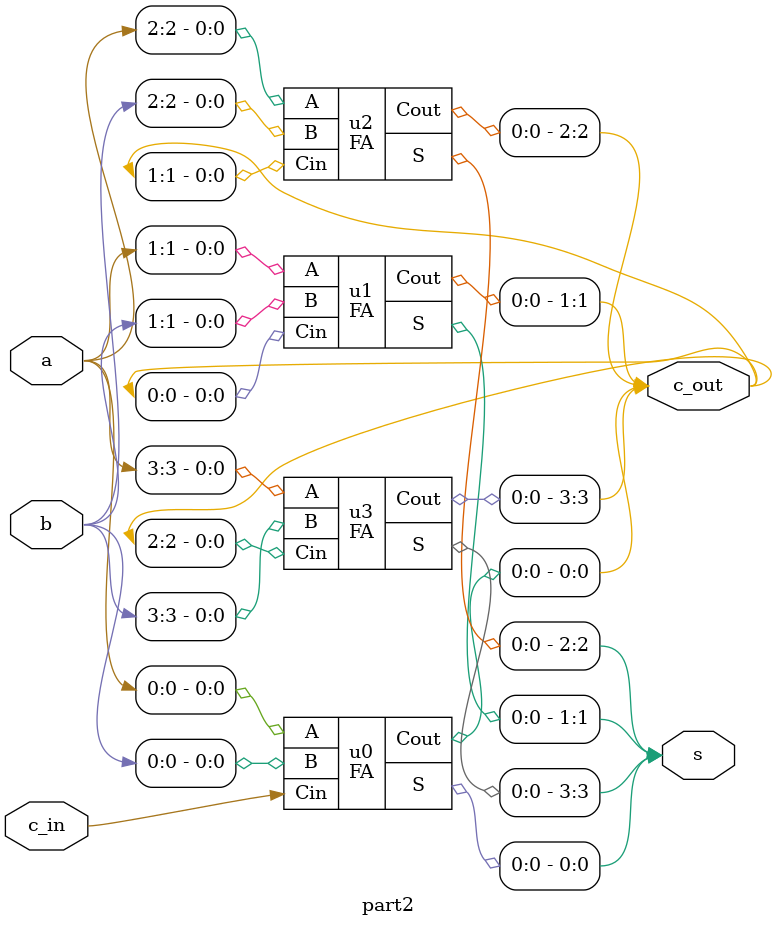
<source format=v>

module FA(A,B,Cin,S,Cout);
input A,B,Cin;
output S,Cout;
assign S=Cin^A^B;
assign Cout=(A&B)|(Cin&A)|(Cin&B);
endmodule

module part2(a, b, c_in, s, c_out);
input [3:0]a,b;
input c_in;
output[3:0]s;
output[3:0]c_out;



FA u0(a[0],b[0],c_in,s[0],c_out[0]);
FA u1(a[1],b[1],c_out[0],s[1],c_out[1]);
FA u2(a[2],b[2],c_out[1],s[2],c_out[2]);
FA u3(a[3],b[3],c_out[2],s[3],c_out[3]);

endmodule
</source>
